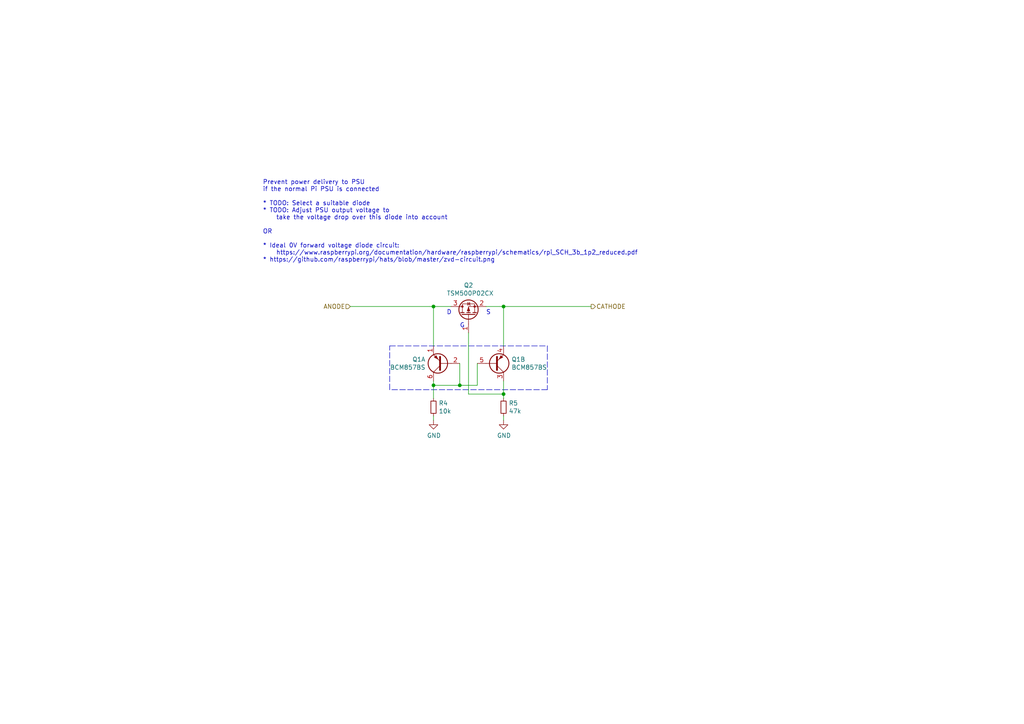
<source format=kicad_sch>
(kicad_sch (version 20211123) (generator eeschema)
  (paper "A4")
  (title_block (title "Compute unit HAT attachment") (date "2021-06-13") (rev "0.1.1") (company "Racklet") (comment 1 "https://racklet.io") (comment 2 "https://github.com/racklet/racklet") (comment 4 "Author: Verneri Hirvonen"))
  (lib_symbols
    (symbol "Device:Q_PMOS_GSD" (pin_names (offset 0) hide)
      (property "Reference" "Q" (at 5.08 1.27 0))
      (property "Value" "Q_PMOS_GSD" (at 5.08 -1.27 0))
      (symbol "Q_PMOS_GSD_0_1"
        (polyline (pts (xy 0.254 0) (xy -2.54 0)))
        (polyline (pts (xy 0.254 1.905) (xy 0.254 -1.905)) (stroke (width 0.254)))
        (polyline (pts (xy 0.762 -1.27) (xy 0.762 -2.286)) (stroke (width 0.254)))
        (polyline (pts (xy 0.762 0.508) (xy 0.762 -0.508)) (stroke (width 0.254)))
        (polyline (pts (xy 0.762 2.286) (xy 0.762 1.27)) (stroke (width 0.254)))
        (polyline (pts (xy 2.54 2.54) (xy 2.54 1.778)))
        (polyline (pts (xy 2.54 -2.54) (xy 2.54 0) (xy 0.762 0)))
        (polyline (pts (xy 0.762 1.778) (xy 3.302 1.778) (xy 3.302 -1.778) (xy 0.762 -1.778)))
        (polyline (pts (xy 2.286 0) (xy 1.27 0.381) (xy 1.27 -0.381) (xy 2.286 0)) (fill (type outline)))
        (polyline (pts (xy 2.794 -0.508) (xy 2.921 -0.381) (xy 3.683 -0.381) (xy 3.81 -0.254)))
        (polyline (pts (xy 3.302 -0.381) (xy 2.921 0.254) (xy 3.683 0.254) (xy 3.302 -0.381)))
        (circle (center 1.651 0) (radius 2.794) (stroke (width 0.254)))
        (circle (center 2.54 -1.778) (radius 0.254) (fill (type outline)))
        (circle (center 2.54 1.778) (radius 0.254) (fill (type outline)))
      )
      (symbol "Q_PMOS_GSD_1_1"
        (pin input line (at -5.08 0 0) (length 2.54) (name "G") (number "1"))
        (pin passive line (at 2.54 -5.08 90) (length 2.54) (name "S") (number "2"))
        (pin passive line (at 2.54 5.08 270) (length 2.54) (name "D") (number "3"))
      )
    )
    (symbol "Device:R_Small" (pin_numbers hide) (pin_names (offset 0.254) hide)
      (property "Reference" "R" (at 0.762 0.508 0))
      (property "Value" "R_Small" (at 0.762 -1.016 0))
      (symbol "R_Small_0_1"
        (rectangle (start -0.762 1.778) (end 0.762 -1.778) (stroke (width 0.2032)))
      )
      (symbol "R_Small_1_1"
        (pin passive line (at 0 2.54 270) (length 0.762) (name "~") (number "1"))
        (pin passive line (at 0 -2.54 90) (length 0.762) (name "~") (number "2"))
      )
    )
    (symbol "Transistor_BJT:BC857BS" (pin_names (offset 0) hide)
      (property "Reference" "Q" (at 5.08 1.27 0))
      (property "Value" "BC857BS" (at 5.08 -1.27 0))
      (symbol "BC857BS_0_1"
        (polyline (pts (xy 0.635 0) (xy -2.54 0)))
        (polyline (pts (xy 0.635 0.635) (xy 2.54 2.54)))
        (polyline (pts (xy 0.635 -0.635) (xy 2.54 -2.54) (xy 2.54 -2.54)))
        (polyline (pts (xy 0.635 1.905) (xy 0.635 -1.905) (xy 0.635 -1.905)) (stroke (width 0.508)))
        (polyline (pts (xy 2.286 -1.778) (xy 1.778 -2.286) (xy 1.27 -1.27) (xy 2.286 -1.778) (xy 2.286 -1.778)) (fill (type outline)))
        (circle (center 1.27 0) (radius 2.8194) (stroke (width 0.254)))
      )
      (symbol "BC857BS_1_1"
        (pin passive line (at 2.54 -5.08 90) (length 2.54) (name "E1") (number "1"))
        (pin input line (at -5.08 0 0) (length 2.54) (name "B1") (number "2"))
        (pin passive line (at 2.54 5.08 270) (length 2.54) (name "C1") (number "6"))
      )
      (symbol "BC857BS_2_1"
        (pin passive line (at 2.54 5.08 270) (length 2.54) (name "C2") (number "3"))
        (pin passive line (at 2.54 -5.08 90) (length 2.54) (name "E2") (number "4"))
        (pin input line (at -5.08 0 0) (length 2.54) (name "B2") (number "5"))
      )
    )
    (symbol "power:GND" (power) (pin_names (offset 0))
      (property "Value" "GND" (at 0 -3.81 0))
      (symbol "GND_0_1"
        (polyline (pts (xy 0 0) (xy 0 -1.27) (xy 1.27 -1.27) (xy 0 -2.54) (xy -1.27 -1.27) (xy 0 -1.27)))
      )
      (symbol "GND_1_1"
        (pin power_in line (at 0 0 270) (length 0) hide (name "GND") (number "1"))
      )
    )
  )
  (junction (at 125.73 111.76))
  (junction (at 146.05 114.3))
  (junction (at 146.05 88.9))
  (junction (at 133.35 111.76))
  (junction (at 125.73 88.9))
  (wire (pts (xy 125.73 88.9) (xy 130.81 88.9)))
  (wire (pts (xy 140.97 88.9) (xy 146.05 88.9)))
  (wire (pts (xy 125.73 120.65) (xy 125.73 121.92)))
  (polyline (pts (xy 158.75 113.03) (xy 113.03 113.03)))
  (wire (pts (xy 138.43 105.41) (xy 138.43 111.76)))
  (wire (pts (xy 125.73 100.33) (xy 125.73 88.9)))
  (polyline (pts (xy 113.03 100.33) (xy 158.75 100.33)))
  (polyline (pts (xy 113.03 113.03) (xy 113.03 100.33)))
  (wire (pts (xy 146.05 110.49) (xy 146.05 114.3)))
  (wire (pts (xy 138.43 111.76) (xy 133.35 111.76)))
  (wire (pts (xy 146.05 114.3) (xy 146.05 115.57)))
  (wire (pts (xy 146.05 88.9) (xy 171.45 88.9)))
  (wire (pts (xy 125.73 111.76) (xy 125.73 115.57)))
  (wire (pts (xy 146.05 100.33) (xy 146.05 88.9)))
  (wire (pts (xy 101.6 88.9) (xy 125.73 88.9)))
  (polyline (pts (xy 158.75 100.33) (xy 158.75 113.03)))
  (wire (pts (xy 146.05 121.92) (xy 146.05 120.65)))
  (wire (pts (xy 125.73 110.49) (xy 125.73 111.76)))
  (wire (pts (xy 133.35 105.41) (xy 133.35 111.76)))
  (wire (pts (xy 135.89 96.52) (xy 135.89 114.3)))
  (wire (pts (xy 133.35 111.76) (xy 125.73 111.76)))
  (wire (pts (xy 135.89 114.3) (xy 146.05 114.3)))
  (text "G" (at 133.35 95.25 0) (effects (font (size 1.27 1.27)) (justify left bottom)))
  (text "S" (at 140.97 91.44 0) (effects (font (size 1.27 1.27)) (justify left bottom)))
  (text "D" (at 129.54 91.44 0) (effects (font (size 1.27 1.27)) (justify left bottom)))
  (text "Prevent power delivery to PSU\nif the normal Pi PSU is connected\n\n* TODO: Select a suitable diode\n* TODO: Adjust PSU output voltage to\n    take the voltage drop over this diode into account\n\nOR\n\n* Ideal 0V forward voltage diode circuit:\n    https://www.raspberrypi.org/documentation/hardware/raspberrypi/schematics/rpi_SCH_3b_1p2_reduced.pdf\n* https://github.com/raspberrypi/hats/blob/master/zvd-circuit.png" (at 76.2 76.2 0) (effects (font (size 1.27 1.27)) (justify left bottom)))
  (hierarchical_label "ANODE" (shape input) (at 101.6 88.9 180))
  (hierarchical_label "CATHODE" (shape output) (at 171.45 88.9 0))
  (symbol (lib_id "Device:Q_PMOS_GSD") (at 135.89 91.44 90) (unit 1)
    (property "Reference" "Q2" (at 135.89 82.7532 90))
    (property "Value" " TSM500P02CX" (at 135.89 85.0646 90))
    (property "Footprint" "Package_TO_SOT_SMD:SOT-23" (effects hide))
  )
  (symbol (lib_id "Transistor_BJT:BC857BS") (at 128.27 105.41 180) (unit 1)
    (property "Reference" "Q1" (at 123.4186 104.2416 0) (effects (justify left)))
    (property "Value" "BCM857BS" (at 123.4186 106.553 0) (effects (justify left)))
    (property "Footprint" "Package_TO_SOT_SMD:SOT-363_SC-70-6" (effects hide))
    (property "Datasheet" "https://www.diodes.com/assets/Datasheets/BCM857BS.pdf" (effects hide))
  )
  (symbol (lib_id "Transistor_BJT:BC857BS") (at 143.51 105.41 0) (mirror x) (unit 2)
    (property "Reference" "Q1" (at 148.336 104.2416 0) (effects (justify left)))
    (property "Value" "BCM857BS" (at 148.336 106.553 0) (effects (justify left)))
    (property "Footprint" "Package_TO_SOT_SMD:SOT-363_SC-70-6" (effects hide))
    (property "Datasheet" "https://www.diodes.com/assets/Datasheets/BCM857BS.pdf" (effects hide))
  )
  (symbol (lib_id "Device:R_Small") (at 125.73 118.11 0) (unit 1)
    (property "Reference" "R4" (at 127.2286 116.9416 0) (effects (justify left)))
    (property "Value" "10k" (at 127.2286 119.253 0) (effects (justify left)))
    (property "Footprint" "Resistor_SMD:R_0603_1608Metric" (effects hide))
  )
  (symbol (lib_id "Device:R_Small") (at 146.05 118.11 0) (unit 1)
    (property "Reference" "R5" (at 147.5486 116.9416 0) (effects (justify left)))
    (property "Value" "47k" (at 147.5486 119.253 0) (effects (justify left)))
    (property "Footprint" "Resistor_SMD:R_0603_1608Metric" (effects hide))
  )
  (symbol (lib_id "power:GND") (at 125.73 121.92 0) (unit 1)
    (property "Reference" "#PWR020" (effects hide))
    (property "Value" "GND" (at 125.857 126.3142 0))
  )
  (symbol (lib_id "power:GND") (at 146.05 121.92 0) (unit 1)
    (property "Reference" "#PWR021" (effects hide))
    (property "Value" "GND" (at 146.177 126.3142 0))
  )
)
</source>
